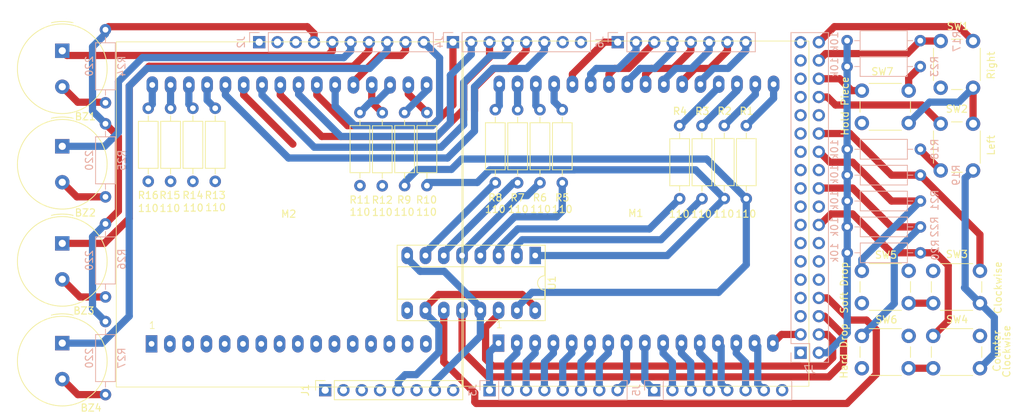
<source format=kicad_pcb>
(kicad_pcb (version 20221018) (generator pcbnew)
  (title_block (date "mar. 31 mars 2015"))
  (layers (0 "F.Cu" signal) (31 "B.Cu" signal) (34 "B.Paste" user) (35 "F.Paste" user) (36 "B.SilkS" user "B.Silkscreen") (37 "F.SilkS" user "F.Silkscreen") (38 "B.Mask" user) (39 "F.Mask" user) (44 "Edge.Cuts" user))
  (net 0 "")
  (net 1 "GND")
  (net 2 "/*52")
  (net 3 "/53")
  (net 4 "/50")
  (net 5 "/51")
  (net 6 "/48")
  (net 7 "/49")
  (net 8 "/*46")
  (net 9 "/47")
  (net 10 "/*44")
  (net 11 "/*45")
  (net 12 "/42")
  (net 13 "/43")
  (net 14 "/40")
  (net 15 "/41")
  (net 16 "/38")
  (net 17 "/39")
  (net 18 "/36")
  (net 19 "/37")
  (net 20 "/34")
  (net 21 "/35")
  (net 22 "/32")
  (net 23 "/33")
  (net 24 "/30")
  (net 25 "/31")
  (net 26 "/28")
  (net 27 "/29")
  (net 28 "/26")
  (net 29 "/24")
  (net 30 "/25")
  (net 31 "/22")
  (net 32 "/23")
  (net 33 "+5V")
  (net 34 "/A0")
  (net 35 "/A1")
  (net 36 "/A2")
  (net 37 "/A3")
  (net 38 "/A4")
  (net 39 "/A5")
  (net 40 "/A6")
  (net 41 "/A7")
  (net 42 "/A8")
  (net 43 "/A9")
  (net 44 "/A10")
  (net 45 "/A11")
  (net 46 "/A12")
  (net 47 "/A13")
  (net 48 "/A14")
  (net 49 "/A15")
  (net 50 "/AREF")
  (net 51 "/*13")
  (net 52 "/*12")
  (net 53 "/*11")
  (net 54 "/*10")
  (net 55 "/*9")
  (net 56 "/*8")
  (net 57 "/*7")
  (net 58 "/*6")
  (net 59 "/*5")
  (net 60 "/*4")
  (net 61 "/*3")
  (net 62 "/*2")
  (net 63 "/TX0{slash}1")
  (net 64 "/RX0{slash}0")
  (net 65 "/TX3{slash}14")
  (net 66 "/RX3{slash}15")
  (net 67 "/TX2{slash}16")
  (net 68 "/RX2{slash}17")
  (net 69 "/TX1{slash}18")
  (net 70 "/RX1{slash}19")
  (net 71 "/SDA{slash}20")
  (net 72 "/SCL{slash}21")
  (net 73 "Net-(M1-P_1)")
  (net 74 "Net-(M1-P_2)")
  (net 75 "Net-(M1-P_3)")
  (net 76 "Net-(M1-P_4)")
  (net 77 "Net-(M1-P_5)")
  (net 78 "Net-(M1-P_6)")
  (net 79 "Net-(M1-P_7)")
  (net 80 "Net-(M1-P_8)")
  (net 81 "Net-(M2-P_1)")
  (net 82 "Net-(M2-P_2)")
  (net 83 "Net-(M2-P_3)")
  (net 84 "Net-(M2-P_4)")
  (net 85 "Net-(M2-P_5)")
  (net 86 "Net-(M2-P_6)")
  (net 87 "Net-(M2-P_7)")
  (net 88 "Net-(M2-P_8)")
  (net 89 "Net-(BZ1-+)")
  (net 90 "Net-(BZ2-+)")
  (net 91 "Net-(BZ3-+)")
  (net 92 "Net-(BZ4-+)")
  (net 110 "/27")
  (net 112 "/IOREF")
  (net 113 "/~{RESET}")
  (net 114 "+3V3")
  (net 115 "VCC")
  (net 116 "/A")
  (net 117 "/B")
  (net 118 "/C")
  (net 119 "/D")
  (net 120 "/E")
  (net 121 "/F")
  (net 122 "/G")
  (net 123 "/H")
  (footprint "Resistor_THT:R_Axial_DIN0207_L6.3mm_D2.5mm_P10.16mm_Horizontal" (layer "F.Cu") (at 107.1 91.4 -90)
    (fp_text reference "R13")
    (fp_text value "110")
  )
  (footprint "Resistor_THT:R_Axial_DIN0207_L6.3mm_D2.5mm_P10.16mm_Horizontal" (layer "F.Cu") (at 104 91.4 -90)
    (fp_text reference "R14")
    (fp_text value "110")
  )
  (footprint "Button_Switch_THT:SW_PUSH_6mm_H4.3mm" (layer "F.Cu") (at 206.807 114)
    (fp_text reference "SW3")
    (fp_text value "SW_Push")
  )
  (footprint "Button_Switch_THT:SW_PUSH_6mm_H4.3mm" (layer "F.Cu") (at 196.907 123.05)
    (fp_text reference "SW6")
    (fp_text value "SW_Push")
  )
  (footprint "Resistor_THT:R_Axial_DIN0207_L6.3mm_D2.5mm_P10.16mm_Horizontal" (layer "F.Cu") (at 177.8 103.96 90)
    (fp_text reference "R2")
    (fp_text value "110")
  )
  (footprint "Resistor_THT:R_Axial_DIN0207_L6.3mm_D2.5mm_P10.16mm_Horizontal" (layer "F.Cu") (at 174.7 103.98 90)
    (fp_text reference "R3")
    (fp_text value "110")
  )
  (footprint "Resistor_THT:R_Axial_DIN0207_L6.3mm_D2.5mm_P10.16mm_Horizontal" (layer "F.Cu") (at 100.9 91.4 -90)
    (fp_text reference "R15")
    (fp_text value "110")
  )
  (footprint "Button_Switch_THT:SW_PUSH_6mm_H4.3mm" (layer "F.Cu") (at 196.907 114)
    (fp_text reference "SW5")
    (fp_text value "SW_Push")
  )
  (footprint "RGBMatrix:RGBMatrix" (layer "F.Cu") (at 165.547 106.06)
    (fp_text reference "M1")
    (fp_text value "RGBMatrix")
  )
  (footprint "Button_Switch_THT:SW_PUSH_6mm_H4.3mm" (layer "F.Cu") (at 206.807 123.05)
    (fp_text reference "SW4")
    (fp_text value "SW_Push")
  )
  (footprint "Resistor_THT:R_Axial_DIN0207_L6.3mm_D2.5mm_P10.16mm_Horizontal" (layer "F.Cu") (at 155.3 91.6 -90)
    (fp_text reference "R5")
    (fp_text value "110")
  )
  (footprint "Connector_PinSocket_2.54mm:PinSocket_1x08_P2.54mm_Vertical" (layer "F.Cu") (at 122.37 130.6 90)
    (fp_text reference "J1")
    (fp_text value "Power")
  )
  (footprint "Buzzer_Beeper:Buzzer_TDK_PS1240P02BT_D12.2mm_H6.5mm" (layer "F.Cu") (at 85.857 124.06 -90)
    (fp_text reference "BZ4")
    (fp_text value "Passive Buzzer")
  )
  (footprint "Button_Switch_THT:SW_PUSH_6mm_H4.3mm" (layer "F.Cu") (at 196.907 88.95)
    (fp_text reference "SW7")
    (fp_text value "SW_Push")
  )
  (footprint "RGBMatrix:RGBMatrix" (layer "F.Cu") (at 117.357 106.16)
    (fp_text reference "M2")
    (fp_text value "RGBMatrix")
  )
  (footprint "Buzzer_Beeper:Buzzer_TDK_PS1240P02BT_D12.2mm_H6.5mm" (layer "F.Cu") (at 85.857 110.189216 -90)
    (fp_text reference "BZ3")
    (fp_text value "Passive Buzzer")
  )
  (footprint "Buzzer_Beeper:Buzzer_TDK_PS1240P02BT_D12.2mm_H6.5mm" (layer "F.Cu") (at 85.857 83.40843 -90)
    (fp_text reference "BZ1")
    (fp_text value "Passive Buzzer")
  )
  (footprint "Resistor_THT:R_Axial_DIN0207_L6.3mm_D2.5mm_P10.16mm_Horizontal" (layer "F.Cu") (at 127.2 102.16 90)
    (fp_text reference "R11")
    (fp_text value "110")
  )
  (footprint "Resistor_THT:R_Axial_DIN0207_L6.3mm_D2.5mm_P10.16mm_Horizontal" (layer "F.Cu") (at 130.3 102.18 90)
    (fp_text reference "R12")
    (fp_text value "110")
  )
  (footprint "Resistor_THT:R_Axial_DIN0207_L6.3mm_D2.5mm_P10.16mm_Horizontal" (layer "F.Cu") (at 180.857 103.97 90)
    (fp_text reference "R1")
    (fp_text value "110")
  )
  (footprint "Resistor_THT:R_Axial_DIN0207_L6.3mm_D2.5mm_P10.16mm_Horizontal" (layer "F.Cu") (at 97.8 91.4 -90)
    (fp_text reference "R16")
    (fp_text value "110")
  )
  (footprint "Resistor_THT:R_Axial_DIN0207_L6.3mm_D2.5mm_P10.16mm_Horizontal" (layer "F.Cu") (at 133.4 102.16 90)
    (fp_text reference "R9")
    (fp_text value "110")
  )
  (footprint "Resistor_THT:R_Axial_DIN0207_L6.3mm_D2.5mm_P10.16mm_Horizontal" (layer "F.Cu") (at 136.5 102.16 90)
    (fp_text reference "R10")
    (fp_text value "110")
  )
  (footprint "Package_DIP:DIP-16_W7.62mm_Socket_LongPads" (layer "F.Cu") (at 151.54 111.88 -90)
    (fp_text reference "U1")
    (fp_text value "74HC595")
  )
  (footprint "Resistor_THT:R_Axial_DIN0207_L6.3mm_D2.5mm_P10.16mm_Horizontal" (layer "F.Cu") (at 149.1 91.6 -90)
    (fp_text reference "R7")
    (fp_text value "110")
  )
  (footprint "Resistor_THT:R_Axial_DIN0207_L6.3mm_D2.5mm_P10.16mm_Horizontal" (layer "F.Cu") (at 152.2 91.6 -90)
    (fp_text reference "R6")
    (fp_text value "110")
  )
  (footprint "Button_Switch_THT:SW_PUSH_6mm_H4.3mm" (layer "F.Cu") (at 207.85 100.05 90)
    (fp_text reference "SW2")
    (fp_text value "SW_Push")
  )
  (footprint "Buzzer_Beeper:Buzzer_TDK_PS1240P02BT_D12.2mm_H6.5mm" (layer "F.Cu") (at 85.857 96.689216 -90)
    (fp_text reference "BZ2")
    (fp_text value "Passive Buzzer")
  )
  (footprint "Button_Switch_THT:SW_PUSH_6mm_H4.3mm" (layer "F.Cu") (at 207.85 88.55 90)
    (fp_text reference "SW1")
    (fp_text value "SW_Push")
  )
  (footprint "Resistor_THT:R_Axial_DIN0207_L6.3mm_D2.5mm_P10.16mm_Horizontal" (layer "F.Cu") (at 171.6 103.98 90)
    (fp_text reference "R4")
    (fp_text value "110")
  )
  (footprint "Resistor_THT:R_Axial_DIN0207_L6.3mm_D2.5mm_P10.16mm_Horizontal" (layer "F.Cu") (at 146 91.6 -90)
    (fp_text reference "R8")
    (fp_text value "110")
  )
  (footprint "Connector_PinHeader_2.54mm:PinHeader_2x18_P2.54mm_Vertical" (layer "B.Cu") (at 188.392 125.395)
    (fp_text reference "J7")
    (fp_text value "Digital")
  )
  (footprint "Resistor_THT:R_Axial_DIN0207_L6.3mm_D2.5mm_P10.16mm_Horizontal" (layer "B.Cu") (at 91.857 121.06 -90)
    (fp_text reference "R27")
    (fp_text value "220")
  )
  (footprint "Connector_PinHeader_2.54mm:PinHeader_1x10_P2.54mm_Vertical" (layer "B.Cu") (at 113.207 82.21 -90)
    (fp_text reference "J2")
    (fp_text value "PWM")
  )
  (footprint "Resistor_THT:R_Axial_DIN0207_L6.3mm_D2.5mm_P10.16mm_Horizontal" (layer "B.Cu") (at 194.877 100.7)
    (fp_text reference "R19")
    (fp_text value "10k")
  )
  (footprint "Resistor_THT:R_Axial_DIN0207_L6.3mm_D2.5mm_P10.16mm_Horizontal" (layer "B.Cu") (at 91.857 93.56 -90)
    (fp_text reference "R25")
    (fp_text value "220")
  )
  (footprint "Resistor_THT:R_Axial_DIN0207_L6.3mm_D2.5mm_P10.16mm_Horizontal" (layer "B.Cu") (at 194.877 97.1)
    (fp_text reference "R18")
    (fp_text value "10k")
  )
  (footprint "Resistor_THT:R_Axial_DIN0207_L6.3mm_D2.5mm_P10.16mm_Horizontal" (layer "B.Cu") (at 194.857 82)
    (fp_text reference "R17")
    (fp_text value "10k")
  )
  (footprint "Resistor_THT:R_Axial_DIN0207_L6.3mm_D2.5mm_P10.16mm_Horizontal" (layer "B.Cu") (at 91.857 107.48 -90)
    (fp_text reference "R26")
    (fp_text value "220")
  )
  (footprint "Connector_PinHeader_2.54mm:PinHeader_1x08_P2.54mm_Vertical" (layer "B.Cu") (at 168.057 130.6 -90)
    (fp_text reference "J5")
    (fp_text value "Analog")
  )
  (footprint "Resistor_THT:R_Axial_DIN0207_L6.3mm_D2.5mm_P10.16mm_Horizontal" (layer "B.Cu") (at 205.037 107.9 180)
    (fp_text reference "R22")
    (fp_text value "10k")
  )
  (footprint "Resistor_THT:R_Axial_DIN0207_L6.3mm_D2.5mm_P10.16mm_Horizontal" (layer "B.Cu") (at 205.017 85.6 180)
    (fp_text reference "R23")
    (fp_text value "10k")
  )
  (footprint "Resistor_THT:R_Axial_DIN0207_L6.3mm_D2.5mm_P10.16mm_Horizontal" (layer "B.Cu") (at 91.857 80.48 -90)
    (fp_text reference "R24")
    (fp_text value "220")
  )
  (footprint "Connector_PinHeader_2.54mm:PinHeader_1x08_P2.54mm_Vertical" (layer "B.Cu") (at 140.117 82.21 -90)
    (fp_text reference "J4")
    (fp_text value "PWM")
  )
  (footprint "Resistor_THT:R_Axial_DIN0207_L6.3mm_D2.5mm_P10.16mm_Horizontal" (layer "B.Cu") (at 194.877 104.3)
    (fp_text reference "R21")
    (fp_text value "10k")
  )
  (footprint "Resistor_THT:R_Axial_DIN0207_L6.3mm_D2.5mm_P10.16mm_Horizontal" (layer "B.Cu") (at 194.877 111.5)
    (fp_text reference "R20")
    (fp_text value "10k")
  )
  (footprint "Connector_PinHeader_2.54mm:PinHeader_1x08_P2.54mm_Vertical" (layer "B.Cu") (at 162.997 82.21 -90)
    (fp_text reference "J6")
    (fp_text value "Communication")
  )
  (footprint "Connector_PinHeader_2.54mm:PinHeader_1x08_P2.54mm_Vertical" (layer "B.Cu") (at 145.197 130.6 -90)
    (fp_text reference "J3")
    (fp_text value "Analog")
  )
  (segment (start 120.827 81.007919) (end 119.879081 80.06) (width 1) (layer "F.Cu") (net 1))
  (segment (start 119.879081 80.06) (end 92.277 80.06) (width 1) (layer "F.Cu") (net 1))
  (segment (start 92.277 80.06) (end 91.857 80.48) (width 1) (layer "F.Cu") (net 1))
  (segment (start 93.657 95.36) (end 93.657 105.68) (width 1) (layer "F.Cu") (net 1))
  (segment (start 91.857 93.56) (end 93.657 95.36) (width 1) (layer "F.Cu") (net 1))
  (segment (start 93.657 105.68) (end 91.857 107.48) (width 1) (layer "F.Cu") (net 1))
  (segment (start 120.827 82.21) (end 120.827 81.007919) (width 1) (layer "F.Cu") (net 1))
  (segment (start 143.92 123.087919) (end 143.92 119.5) (width 1) (layer "B.Cu") (net 1))
  (segment (start 194.877 122.652081) (end 194.877 111.5) (width 1) (layer "B.Cu") (net 1))
  (segment (start 90.057 119.26) (end 91.857 121.06) (width 1) (layer "B.Cu") (net 1))
  (segment (start 194.857 85.6) (end 194.857 97.08) (width 1) (layer "B.Cu") (net 1))
  (segment (start 143.92 119.5) (end 143.92 119.094416) (width 1) (layer "B.Cu") (net 1))
  (segment (start 133.76 112.285584) (end 133.76 111.88) (width 1) (layer "B.Cu") (net 1))
  (segment (start 194.857 97.08) (end 194.877 97.1) (width 1) (layer "B.Cu") (net 1))
  (segment (start 91.857 107.48) (end 90.057 109.28) (width 1) (layer "B.Cu") (net 1))
  (segment (start 192.134081 125.395) (end 194.877 122.652081) (width 1) (layer "B.Cu") (net 1))
  (segment (start 138.905584 114.08) (end 135.554416 114.08) (width 1) (layer "B.Cu") (net 1))
  (segment (start 137.61 130.6) (end 137.61 129.397919) (width 1) (layer "B.Cu") (net 1))
  (segment (start 90.057 109.28) (end 90.057 119.26) (width 1) (layer "B.Cu") (net 1))
  (segment (start 91.857 81.06) (end 90.057 82.86) (width 1) (layer "B.Cu") (net 1))
  (segment (start 194.857 82) (end 194.857 85.6) (width 1) (layer "B.Cu") (net 1))
  (segment (start 194.877 100.7) (end 194.877 104.3) (width 1) (layer "B.Cu") (net 1))
  (segment (start 135.554416 114.08) (end 133.76 112.285584) (width 1) (layer "B.Cu") (net 1))
  (segment (start 194.877 97.1) (end 194.877 100.7) (width 1) (layer "B.Cu") (net 1))
  (segment (start 137.61 129.397919) (end 143.92 123.087919) (width 1) (layer "B.Cu") (net 1))
  (segment (start 90.057 82.86) (end 90.057 91.76) (width 1) (layer "B.Cu") (net 1))
  (segment (start 190.932 125.395) (end 192.134081 125.395) (width 1) (layer "B.Cu") (net 1))
  (segment (start 143.92 119.094416) (end 138.905584 114.08) (width 1) (layer "B.Cu") (net 1))
  (segment (start 194.877 104.3) (end 194.877 107.9) (width 1) (layer "B.Cu") (net 1))
  (segment (start 91.857 80.48) (end 91.857 81.06) (width 1) (layer "B.Cu") (net 1))
  (segment (start 90.057 91.76) (end 91.857 93.56) (width 1) (layer "B.Cu") (net 1))
  (segment (start 194.877 107.9) (end 194.877 111.5) (width 1) (layer "B.Cu") (net 1))
  (segment (start 185.752 122.855) (end 184.547 124.06) (width 1) (layer "F.Cu") (net 2))
  (segment (start 188.392 122.855) (end 185.752 122.855) (width 1) (layer "F.Cu") (net 2))
  (segment (start 144.647 121.86) (end 146.46 120.047) (width 1) (layer "F.Cu") (net 3))
  (segment (start 146.46 120.047) (end 146.46 119.5) (width 1) (layer "F.Cu") (net 3))
  (segment (start 192.857 123.577919) (end 192.857 126.086296) (width 1) (layer "F.Cu") (net 3))
  (segment (start 192.134081 122.855) (end 192.857 123.577919) (width 1) (layer "F.Cu") (net 3))
  (segment (start 145.637 127.25) (end 144.647 126.26) (width 1) (layer "F.Cu") (net 3))
  (segment (start 191.693296 127.25) (end 145.637 127.25) (width 1) (layer "F.Cu") (net 3))
  (segment (start 144.647 126.26) (end 144.647 121.86) (width 1) (layer "F.Cu") (net 3))
  (segment (start 190.932 122.855) (end 192.134081 122.855) (width 1) (layer "F.Cu") (net 3))
  (segment (start 192.857 126.086296) (end 191.693296 127.25) (width 1) (layer "F.Cu") (net 3))
  (segment (start 190.932 120.315) (end 191.715401 120.315) (width 1) (layer "F.Cu") (net 5))
  (segment (start 191.715401 120.315) (end 194.357 122.956599) (width 1) (layer "F.Cu") (net 5))
  (segment (start 141.38 125.11432) (end 141.38 119.5) (width 1) (layer "F.Cu") (net 5))
  (segment (start 194.357 122.956599) (end 194.357 126.707616) (width 1) (layer "F.Cu") (net 5))
  (segment (start 194.357 126.707616) (end 192.314616 128.75) (width 1) (layer "F.Cu") (net 5))
  (segment (start 145.01568 128.75) (end 141.38 125.11432) (width 1) (layer "F.Cu") (net 5))
  (segment (start 192.314616 128.75) (end 145.01568 128.75) (width 1) (layer "F.Cu") (net 5))
  (segment (start 143.147 130.980704) (end 138.84 126.673704) (width 1) (layer "F.Cu") (net 7))
  (segment (start 194.835428 132.45) (end 143.347 132.45) (width 1) (layer "F.Cu") (net 7))
  (segment (start 195.209081 120.85) (end 197.535428 120.85) (width 1) (layer "F.Cu") (net 7))
  (segment (start 143.147 132.25) (end 143.147 130.980704) (width 1) (layer "F.Cu") (net 7))
  (segment (start 198.907 128.378428) (end 194.835428 132.45) (width 1) (layer "F.Cu") (net 7))
  (segment (start 143.347 132.45) (end 143.147 132.25) (width 1) (layer "F.Cu") (net 7))
  (segment (start 198.907 122.221572) (end 198.907 128.378428) (width 1) (layer "F.Cu") (net 7))
  (segment (start 138.84 126.673704) (end 138.84 119.5) (width 1) (layer "F.Cu") (net 7))
  (segment (start 192.134081 117.775) (end 195.209081 120.85) (width 1) (layer "F.Cu") (net 7))
  (segment (start 190.932 117.775) (end 192.134081 117.775) (width 1) (layer "F.Cu") (net 7))
  (segment (start 197.535428 120.85) (end 198.907 122.221572) (width 1) (layer "F.Cu") (net 7))
  (segment (start 208.9 120.957) (end 206.807 123.05) (width 1) (layer "F.Cu") (net 15))
  (segment (start 192.6 106.1) (end 191.085 107.615) (width 1) (layer "F.Cu") (net 15))
  (segment (start 201.022585 111.5) (end 195.622585 106.1) (width 1) (layer "F.Cu") (net 15))
  (segment (start 191.085 107.615) (end 190.932 107.615) (width 1) (layer "F.Cu") (net 15))
  (segment (start 205.037 111.5) (end 207.135428 111.5) (width 1) (layer "F.Cu") (net 15))
  (segment (start 195.622585 106.1) (end 192.6 106.1) (width 1) (layer "F.Cu") (net 15))
  (segment (start 205.037 111.5) (end 201.022585 111.5) (width 1) (layer "F.Cu") (net 15))
  (segment (start 208.9 113.264572) (end 208.9 120.957) (width 1) (layer "F.Cu") (net 15))
  (segment (start 207.135428 111.5) (end 208.9 113.264572) (width 1) (layer "F.Cu") (net 15))
  (segment (start 190.967 102.5) (end 190.932 102.535) (width 1) (layer "F.Cu") (net 19))
  (segment (start 195.622585 102.5) (end 190.967 102.5) (width 1) (layer "F.Cu") (net 19))
  (segment (start 205.037 107.9) (end 201.022585 107.9) (width 1) (layer "F.Cu") (net 19))
  (segment (start 201.022585 107.9) (end 195.622585 102.5) (width 1) (layer "F.Cu") (net 19))
  (segment (start 201.407 111.53) (end 201.407 118.55) (width 1) (layer "B.Cu") (net 19))
  (segment (start 205.037 107.9) (end 201.407 111.53) (width 1) (layer "B.Cu") (net 19))
  (segment (start 201.407 118.55) (end 196.907 123.05) (width 1) (layer "B.Cu") (net 19))
  (segment (start 191.008296 97.455) (end 190.932 97.455) (width 1) (layer "F.Cu") (net 23))
  (segment (start 192.453296 98.9) (end 191.008296 97.455) (width 1) (layer "F.Cu") (net 23))
  (segment (start 201.022585 104.3) (end 195.622585 98.9) (width 1) (layer "F.Cu") (net 23))
  (segment (start 195.622585 98.9) (end 192.453296 98.9) (width 1) (layer "F.Cu") (net 23))
  (segment (start 205.037 104.3) (end 201.022585 104.3) (width 1) (layer "F.Cu") (net 23))
  (segment (start 205.037 104.3) (end 196.907 112.43) (width 1) (layer "B.Cu") (net 23))
  (segment (start 196.907 112.43) (end 196.907 114) (width 1) (layer "B.Cu") (net 23))
  (segment (start 201.022585 100.7) (end 195.237585 94.915) (width 1) (layer "F.Cu") (net 25))
  (segment (start 205.037 100.7) (end 201.022585 100.7) (width 1) (layer "F.Cu") (net 25))
  (segment (start 213.307 114) (end 213.307 108.97) (width 1) (layer "F.Cu") (net 25))
  (segment (start 213.307 108.97) (end 205.037 100.7) (width 1) (layer "F.Cu") (net 25))
  (segment (start 195.237585 94.915) (end 190.932 94.915) (width 1) (layer "F.Cu") (net 25))
  (segment (start 196.907 88.95) (end 195.492787 88.95) (width 1) (layer "F.Cu") (net 30))
  (segment (start 193.837787 87.295) (end 190.932 87.295) (width 1) (layer "F.Cu") (net 30))
  (segment (start 195.492787 88.95) (end 193.837787 87.295) (width 1) (layer "F.Cu") (net 30))
  (segment (start 203.407 88.95) (end 203.407 87.21) (width 1) (layer "F.Cu") (net 30))
  (segment (start 203.407 87.21) (end 205.017 85.6) (width 1) (layer "F.Cu") (net 30))
  (segment (start 191.887 83.8) (end 203.217 83.8) (width 1) (layer "F.Cu") (net 32))
  (segment (start 207.75 82.05) (end 205.067 82.05) (width 1) (layer "F.Cu") (net 32))
  (segment (start 203.217 83.8) (end 205.017 82) (width 1) (layer "F.Cu") (net 32))
  (segment (start 190.932 84.755) (end 191.887 83.8) (width 1) (layer "F.Cu") (net 32))
  (segment (start 205.067 82.05) (end 205.017 82) (width 1) (layer "F.Cu") (net 32))
  (segment (start 206.807 118.5) (end 203.407 118.5) (width 1) (layer "F.Cu") (net 33))
  (segment (start 136.3 119.5) (end 136.3 119.094416) (width 1) (layer "F.Cu") (net 33))
  (segment (start 151.54 119.094416) (end 151.54 119.5) (width 1) (layer "F.Cu") (net 33))
  (segment (start 212.35 82.05) (end 210.35 80.05) (width 1) (layer "F.Cu") (net 33))
  (segment (start 206.807 127.55) (end 203.407 127.55) (width 1) (layer "F.Cu") (net 33))
  (segment (start 212.35 88.55) (end 212.35 93.55) (width 1) (layer "F.Cu") (net 33))
  (segment (start 149.745584 117.3) (end 151.54 119.094416) (width 1) (layer "F.Cu") (net 33))
  (segment (start 210.35 80.05) (end 193.097 80.05) (width 1) (layer "F.Cu") (net 33))
  (segment (start 136.3 119.094416) (end 138.094416 117.3) (width 1) (layer "F.Cu") (net 33))
  (segment (start 193.097 80.05) (end 190.932 82.215) (width 1) (layer "F.Cu") (net 33))
  (segment (start 138.094416 117.3) (end 149.745584 117.3) (width 1) (layer "F.Cu") (net 33))
  (segment (start 135.019285 128.443299) (end 138.157 125.305584) (width 1) (layer "B.Cu") (net 33))
  (segment (start 132.53 129.397919) (end 133.48462 128.443299) (width 1) (layer "B.Cu") (net 33))
  (segment (start 215.307 125.55) (end 213.307 127.55) (width 1) (layer "B.Cu") (net 33))
  (segment (start 138.157 125.305584) (end 138.157 121.762584) (width 1) (layer "B.Cu") (net 33))
  (segment (start 211.35 101.05) (end 212.35 100.05) (width 1) (layer "B.Cu") (net 33))
  (segment (start 215.307 120.5) (end 215.307 125.55) (width 1) (layer "B.Cu") (net 33))
  (segment (start 138.157 121.762584) (end 136.3 119.905584) (width 1) (layer "B.Cu") (net 33))
  (segment (start 211.25 101.05) (end 211.25 116.443) (width 1) (layer "B.Cu") (net 33))
  (segment (start 136.3 119.905584) (end 136.3 119.5) (width 1) (layer "B.Cu") (net 33))
  (segment (start 132.53 130.6) (end 132.53 129.397919) (width 1) (layer "B.Cu") (net 33))
  (segment (start 211.25 116.443) (end 213.307 118.5) (width 1) (layer "B.Cu") (net 33))
  (segment (start 213.307 118.5) (end 215.307 120.5) (width 1) (layer "B.Cu") (net 33))
  (segment (start 211.15 116.343) (end 213.307 118.5) (width 1) (layer "B.Cu") (net 33))
  (segment (start 210.35 90.55) (end 212.35 88.55) (width 1) (layer "B.Cu") (net 33))
  (segment (start 206.307 90.55) (end 210.35 90.55) (width 1) (layer "B.Cu") (net 33))
  (segment (start 133.48462 128.443299) (end 135.019285 128.443299) (width 1) (layer "B.Cu") (net 33))
  (segment (start 203.407 93.45) (end 206.307 90.55) (width 1) (layer "B.Cu") (net 33))
  (segment (start 211.25 101.05) (end 211.35 101.05) (width 1) (layer "B.Cu") (net 33))
  (segment (start 145.197 125.31) (end 145.197 130.6) (width 1) (layer "B.Cu") (net 34))
  (segment (start 146.447 124.06) (end 145.197 125.31) (width 1) (layer "B.Cu") (net 34))
  (segment (start 147.737 126.71) (end 147.737 130.6) (width 1) (layer "B.Cu") (net 35))
  (segment (start 148.987 124.06) (end 148.987 125.46) (width 1) (layer "B.Cu") (net 35))
  (segment (start 148.987 125.46) (end 147.737 126.71) (width 1) (layer "B.Cu") (net 35))
  (segment (start 151.527 125.46) (end 150.277 126.71) (width 1) (layer "B.Cu") (net 36))
  (segment (start 150.277 126.71) (end 150.277 130.6) (width 1) (layer "B.Cu") (net 36))
  (segment (start 151.527 124.06) (end 151.527 125.46) (width 1) (layer "B.Cu") (net 36))
  (segment (start 152.817 126.71) (end 152.817 130.6) (width 1) (layer "B.Cu") (net 37))
  (segment (start 154.067 125.46) (end 152.817 126.71) (width 1) (layer "B.Cu") (net 37))
  (segment (start 154.067 124.06) (end 154.067 125.46) (width 1) (layer "B.Cu") (net 37))
  (segment (start 155.357 126.71) (end 155.357 130.6) (width 1) (layer "B.Cu") (net 38))
  (segment (start 156.607 124.06) (end 156.607 125.46) (width 1) (layer "B.Cu") (net 38))
  (segment (start 156.607 125.46) (end 155.357 126.71) (width 1) (layer "B.Cu") (net 38))
  (segment (start 159.147 124.06) (end 159.147 125.46) (width 1) (layer "B.Cu") (net 39))
  (segment (start 157.897 126.71) (end 157.897 130.6) (width 1) (layer "B.Cu") (net 39))
  (segment (start 159.147 125.46) (end 157.897 126.71) (width 1) (layer "B.Cu") (net 39))
  (segment (start 161.687 125.46) (end 160.437 126.71) (width 1) (layer "B.Cu") (net 40))
  (segment (start 161.687 124.06) (end 161.687 125.46) (width 1) (layer "B.Cu") (net 40))
  (segment (start 160.437 126.71) (end 160.437 130.6) (width 1) (layer "B.Cu") (net 40))
  (segment (start 164.227 129.35) (end 162.977 130.6) (width 1) (layer "B.Cu") (net 41))
  (segment (start 164.227 124.06) (end 164.227 129.35) (width 1) (layer "B.Cu") (net 41))
  (segment (start 168.057 130.6) (end 166.767 129.31) (width 1) (layer "B.Cu") (net 42))
  (segment (start 166.767 129.31) (end 166.767 124.06) (width 1) (layer "B.Cu") (net 42))
  (segment (start 169.307 125.46) (end 170.597 126.75) (width 1) (layer "B.Cu") (net 43))
  (segment (start 169.307 124.06) (end 169.307 125.46) (width 1) (layer "B.Cu") (net 43))
  (segment (start 170.597 126.75) (end 170.597 130.6) (width 1) (layer "B.Cu") (net 43))
  (segment (start 171.847 125.46) (end 173.137 126.75) (width 1) (layer "B.Cu") (net 44))
  (segment (start 173.137 126.75) (end 173.137 130.6) (width 1) (layer "B.Cu") (net 44))
  (segment (start 171.847 124.06) (end 171.847 125.46) (width 1) (layer "B.Cu") (net 44))
  (segment (start 174.387 125.46) (end 175.677 126.75) (width 1) (layer "B.Cu") (net 45))
  (segment (start 175.677 126.75) (end 175.677 130.6) (width 1) (layer "B.Cu") (net 45))
  (segment (start 174.387 124.06) (end 174.387 125.46) (width 1) (layer "B.Cu") (net 45))
  (segment (start 177.367 124.5) (end 176.927 124.06) (width 1) (layer "B.Cu") (net 46))
  (segment (start 178.217 130.6) (end 177.367 129.75) (width 1) (layer "B.Cu") (net 46))
  (segment (start 177.367 129.75) (end 177.367 124.5) (width 1) (layer "B.Cu") (net 46))
  (segment (start 180.757 126.75) (end 180.757 130.6) (width 1) (layer "B.Cu") (net 47))
  (segment (start 179.467 125.46) (end 180.757 126.75) (width 1) (layer "B.Cu") (net 47))
  (segment (start 179.467 124.06) (end 179.467 125.46) (width 1) (layer "B.Cu") (net 47))
  (segment (start 182.447 124.5) (end 182.007 124.06) (width 1) (layer "B.Cu") (net 48))
  (segment (start 183.297 130.6) (end 182.447 129.75) (width 1) (layer "B.Cu") (net 48))
  (segment (start 182.447 129.75) (end 182.447 124.5) (width 1) (layer "B.Cu") (net 48))
  (segment (start 86.50857 84.06) (end 85.857 83.40843) (width 1) (layer "F.Cu") (net 51))
  (segment (start 123.367 82.21) (end 123.367 83.412081) (width 1) (layer "F.Cu") (net 51))
  (segment (start 123.367 83.412081) (end 122.719081 84.06) (width 1) (layer "F.Cu") (net 51))
  (segment (start 122.719081 84.06) (end 86.50857 84.06) (width 1) (layer "F.Cu") (net 51))
  (segment (start 91.727784 96.689216) (end 85.857 96.689216) (width 1) (layer "B.Cu") (net 52))
  (segment (start 124.959081 84.36) (end 96.990096 84.36) (width 1) (layer "B.Cu") (net 52))
  (segment (start 125.907 82.21) (end 125.907 83.412081) (width 1) (layer "B.Cu") (net 52))
  (segment (start 125.907 83.412081) (end 124.959081 84.36) (width 1) (layer "B.Cu") (net 52))
  (segment (start 93.657 87.693096) (end 93.657 94.76) (width 1) (layer "B.Cu") (net 52))
  (segment (start 96.990096 84.36) (end 93.657 87.693096) (width 1) (layer "B.Cu") (net 52))
  (segment (start 93.657 94.76) (end 91.727784 96.689216) (width 1) (layer "B.Cu") (net 52))
  (segment (start 128.447 82.21) (end 128.447 83.412081) (width 1) (layer "F.Cu") (net 53))
  (segment (start 95.157 88.314416) (end 95.157 106.725585) (width 1) (layer "F.Cu") (net 53))
  (segment (start 126.299081 85.56) (end 97.911416 85.56) (width 1) (layer "F.Cu") (net 53))
  (segment (start 128.447 83.412081) (end 126.299081 85.56) (width 1) (layer "F.Cu") (net 53))
  (segment (start 95.157 106.725585) (end 91.693369 110.189216) (width 1) (layer "F.Cu") (net 53))
  (segment (start 91.693369 110.189216) (end 85.857 110.189216) (width 1) (layer "F.Cu") (net 53))
  (segment (start 97.911416 85.56) (end 95.157 88.314416) (width 1) (layer "F.Cu") (net 53))
  (segment (start 130.987 83.412081) (end 128.539081 85.86) (width 1) (layer "B.Cu") (net 54))
  (segment (start 95.157 88.314416) (end 95.157 120.305585) (width 1) (layer "B.Cu") (net 54))
  (segment (start 91.402585 124.06) (end 85.857 124.06) (width 1) (layer "B.Cu") (net 54))
  (segment (start 128.539081 85.86) (end 97.611416 85.86) (width 1) (layer "B.Cu") (net 54))
  (segment (start 97.611416 85.86) (end 95.157 88.314416) (width 1) (layer "B.Cu") (net 54))
  (segment (start 95.157 120.305585) (end 91.402585 124.06) (width 1) (layer "B.Cu") (net 54))
  (segment (start 130.987 82.21) (end 130.987 83.412081) (width 1) (layer "B.Cu") (net 54))
  (segment (start 132.879081 84.06) (end 133.527 83.412081) (width 1) (layer "F.Cu") (net 55))
  (segment (start 126.297 88.16) (end 126.297 87.754416) (width 1) (layer "F.Cu") (net 55))
  (segment (start 126.297 87.754416) (end 129.991416 84.06) (width 1) (layer "F.Cu") (net 55))
  (segment (start 133.527 83.412081) (end 133.527 82.21) (width 1) (layer "F.Cu") (net 55))
  (segment (start 129.991416 84.06) (end 132.879081 84.06) (width 1) (layer "F.Cu") (net 55))
  (segment (start 138.257 92.788585) (end 138.257 84.4) (width 1) (layer "B.Cu") (net 56))
  (segment (start 123.757 91.102585) (end 126.474415 93.82) (width 1) (layer "B.Cu") (net 56))
  (segment (start 138.257 84.4) (end 136.067 82.21) (width 1) (layer "B.Cu") (net 56))
  (segment (start 137.225585 93.82) (end 138.257 92.788585) (width 1) (layer "B.Cu") (net 56))
  (segment (start 123.757 88.06) (end 123.757 91.102585) (width 1) (layer "B.Cu") (net 56))
  (segment (start 126.474415 93.82) (end 137.225585 93.82) (width 1) (layer "B.Cu") (net 56))
  (segment (start 125.477 93.82) (end 137.225585 93.82) (width 1) (layer "F.Cu") (net 57))
  (segment (start 121.217 88.16) (end 121.217 89.56) (width 1) (layer "F.Cu") (net 57))
  (segment (start 140.117 90.928585) (end 140.117 82.21) (width 1) (layer "F.Cu") (net 57))
  (segment (start 137.225585 93.82) (end 140.117 90.928585) (width 1) (layer "F.Cu") (net 57))
  (segment (start 121.217 89.56) (end 125.477 93.82) (width 1) (layer "F.Cu") (net 57))
  (segment (start 118.677 88.06) (end 118.677 89.46) (width 1) (layer "B.Cu") (net 58))
  (segment (start 118.677 89.46) (end 124.537 95.32) (width 1) (layer "B.Cu") (net 58))
  (segment (start 124.537 95.32) (end 137.846905 95.32) (width 1) (layer "B.Cu") (net 58))
  (segment (start 139.757 86.81) (end 142.657 83.91) (width 1) (layer "B.Cu") (net 58))
  (segment (start 137.846905 95.32) (end 139.757 93.409905) (width 1) (layer "B.Cu") (net 58))
  (segment (start 142.657 83.91) (end 142.657 82.21) (width 1) (layer "B.Cu") (net 58))
  (segment (start 139.757 93.409905) (end 139.757 86.81) (width 1) (layer "B.Cu") (net 58))
  (segment (start 141.617 91.549905) (end 141.617 87.923096) (width 1) (layer "F.Cu") (net 59))
  (segment (start 141.617 87.923096) (end 145.197 84.343096) (width 1) (layer "F.Cu") (net 59))
  (segment (start 116.137 88.16) (end 116.137 89.56) (width 1) (layer "F.Cu") (net 59))
  (segment (start 121.897 95.32) (end 137.846905 95.32) (width 1) (layer "F.Cu") (net 59))
  (segment (start 145.197 84.343096) (end 145.197 82.21) (width 1) (layer "F.Cu") (net 59))
  (segment (start 116.137 89.56) (end 121.897 95.32) (width 1) (layer "F.Cu") (net 59))
  (segment (start 137.846905 95.32) (end 141.617 91.549905) (width 1) (layer "F.Cu") (net 59))
  (segment (start 147.737 82.21) (end 147.737 83.412081) (width 1) (layer "B.Cu") (net 60))
  (segment (start 113.597 89.56) (end 113.597 88.16) (width 1) (layer "B.Cu") (net 60))
  (segment (start 113.597 88.465584) (end 113.597 88.06) (width 1) (layer "B.Cu") (net 60))
  (segment (start 120.857 96.82) (end 113.597 89.56) (width 1) (layer "B.Cu") (net 60))
  (segment (start 147.737 83.412081) (end 147.089081 84.06) (width 1) (layer "B.Cu") (net 60))
  (segment (start 141.607 87.81) (end 141.607 93.681225) (width 1) (layer "B.Cu") (net 60))
  (segment (start 145.357 84.06) (end 141.607 87.81) (width 1) (layer "B.Cu") (net 60))
  (segment (start 147.089081 84.06) (end 145.357 84.06) (width 1) (layer "B.Cu") (net 60))
  (segment (start 138.468225 96.82) (end 120.857 96.82) (width 1) (layer "B.Cu") (net 60))
  (segment (start 141.607 93.681225) (end 138.468225 96.82) (width 1) (layer "B.Cu") (net 60))
  (segment (start 145.801416 85.86) (end 147.829081 85.86) (width 1) (layer "F.Cu") (net 61))
  (segment (start 143.117 91.783) (end 143.117 88.544416) (width 1) (layer "F.Cu") (net 61))
  (segment (start 111.057 88.16) (end 111.057 89.56) (width 1) (layer "F.Cu") (net 61))
  (segment (start 147.829081 85.86) (end 150.277 83.412081) (width 1) (layer "F.Cu") (net 61))
  (segment (start 111.057 89.56) (end 117.888953 96.391953) (width 1) (layer "F.Cu") (net 61))
  (segment (start 143.117 88.544416) (end 145.801416 85.86) (width 1) (layer "F.Cu") (net 61))
  (segment (start 150.277 83.412081) (end 150.277 82.21) (width 1) (layer "F.Cu") (net 61))
  (segment (start 139.35868 98.32) (end 143.107 94.57168) (width 1) (layer "B.Cu") (net 62))
  (segment (start 150.369081 85.86) (end 152.817 83.412081) (width 1) (layer "B.Cu") (net 62))
  (segment (start 143.107 94.57168) (end 143.107 88.43132) (width 1) (layer "B.Cu") (net 62))
  (segment (start 145.67832 85.86) (end 150.369081 85.86) (width 1) (layer "B.Cu") (net 62))
  (segment (start 143.107 88.43132) (end 145.67832 85.86) (width 1) (layer "B.Cu") (net 62))
  (segment (start 108.517 88.465584) (end 108.517 88.06) (width 1) (layer "B.Cu") (net 62))
  (segment (start 108.517 88.16) (end 108.517 89.56) (width 1) (layer "B.Cu") (net 62))
  (segment (start 108.517 89.56) (end 117.277 98.32) (width 1) (layer "B.Cu") (net 62))
  (segment (start 117.277 98.32) (end 139.35868 98.32) (width 1) (layer "B.Cu") (net 62))
  (segment (start 152.817 83.412081) (end 152.817 82.21) (width 1) (layer "B.Cu") (net 62))
  (segment (start 161.147 82.21) (end 156.707 86.65) (width 1) (layer "F.Cu") (net 65))
  (segment (start 162.997 82.21) (end 161.147 82.21) (width 1) (layer "F.Cu") (net 65))
  (segment (start 156.707 86.65) (end 156.707 88.06) (width 1) (layer "F.Cu") (net 65))
  (segment (start 165.537 83.412081) (end 163.089081 85.86) (width 1) (layer "B.Cu") (net 66))
  (segment (start 160.047 85.86) (end 159.247 86.66) (width 1) (layer "B.Cu") (net 66))
  (segment (start 159.247 86.66) (end 159.247 88.06) (width 1) (layer "B.Cu") (net 66))
  (segment (start 165.537 82.21) (end 165.537 83.412081) (width 1) (layer "B.Cu") (net 66))
  (segment (start 163.089081 85.86) (end 160.047 85.86) (width 1) (layer "B.Cu") (net 66))
  (segment (start 168.077 82.286296) (end 164.503296 85.86) (width 1) (layer "F.Cu") (net 67))
  (segment (start 161.787 86.66) (end 161.787 88.06) (width 1) (layer "F.Cu") (net 67))
  (segment (start 168.077 82.21) (end 168.077 82.286296) (width 1) (layer "F.Cu") (net 67))
  (segment (start 164.503296 85.86) (end 162.587 85.86) (width 1) (layer "F.Cu") (net 67))
  (segment (start 162.587 85.86) (end 161.787 86.66) (width 1) (layer "F.Cu") (net 67))
  (segment (start 170.617 83.412081) (end 168.169081 85.86) (width 1) (layer "B.Cu") (net 68))
  (segment (start 166.121416 85.86) (end 164.327 87.654416) (width 1) (layer "B.Cu") (net 68))
  (segment (start 170.617 82.21) (end 170.617 83.412081) (width 1) (layer "B.Cu") (net 68))
  (segment (start 168.169081 85.86) (end 166.121416 85.86) (width 1) (layer "B.Cu") (net 68))
  (segment (start 164.327 87.654416) (end 164.327 88.06) (width 1) (layer "B.Cu") (net 68))
  (segment (start 173.157 82.21) (end 173.157 83.412081) (width 1) (layer "F.Cu") (net 69))
  (segment (start 166.867 86.66) (end 166.867 88.06) (width 1) (layer "F.Cu") (net 69))
  (segment (start 167.667 85.86) (end 166.867 86.66) (width 1) (layer "F.Cu") (net 69))
  (segment (start 170.709081 85.86) (end 167.667 85.86) (width 1) (layer "F.Cu") (net 69))
  (segment (start 173.157 83.412081) (end 170.709081 85.86) (width 1) (layer "F.Cu") (net 69))
  (segment (start 171.057 85.86) (end 169.407 87.51) (width 1) (layer "B.Cu") (net 70))
  (segment (start 173.249081 85.86) (end 171.057 85.86) (width 1) (layer "B.Cu") (net 70))
  (segment (start 169.407 87.51) (end 169.407 88.06) (width 1) (layer "B.Cu") (net 70))
  (segment (start 175.697 83.412081) (end 173.249081 85.86) (width 1) (layer "B.Cu") (net 70))
  (segment (start 175.697 82.21) (end 175.697 83.412081) (width 1) (layer "B.Cu") (net 70))
  (segment (start 173.741416 85.86) (end 171.947 87.654416) (width 1) (layer "F.Cu") (net 71))
  (segment (start 171.947 87.654416) (end 171.947 88.06) (width 1) (layer "F.Cu") (net 71))
  (segment (start 178.237 82.21) (end 178.237 83.412081) (width 1) (layer "F.Cu") (net 71))
  (segment (start 175.789081 85.86) (end 173.741416 85.86) (width 1) (layer "F.Cu") (net 71))
  (segment (start 178.237 83.412081) (end 175.789081 85.86) (width 1) (layer "F.Cu") (net 71))
  (segment (start 176.281416 85.86) (end 174.487 87.654416) (width 1) (layer "B.Cu") (net 72))
  (segment (start 174.487 87.654416) (end 174.487 88.06) (width 1) (layer "B.Cu") (net 72))
  (segment (start 180.777 82.21) (end 180.777 83.412081) (width 1) (layer "B.Cu") (net 72))
  (segment (start 178.329081 85.86) (end 176.281416 85.86) (width 1) (layer "B.Cu") (net 72))
  (segment (start 180.777 83.412081) (end 178.329081 85.86) (width 1) (layer "B.Cu") (net 72))
  (segment (start 184.647 90.02) (end 180.857 93.81) (width 1) (layer "B.Cu") (net 73))
  (segment (start 184.647 88.06) (end 184.647 90.02) (width 1) (layer "B.Cu") (net 73))
  (segment (start 182.107 88.06) (end 182.107 89.493) (width 1) (layer "B.Cu") (net 74))
  (segment (start 182.107 89.493) (end 177.8 93.8) (width 1) (layer "B.Cu") (net 74))
  (segment (start 179.567 88.06) (end 179.567 88.953) (width 1) (layer "B.Cu") (net 75))
  (segment (start 179.567 88.953) (end 174.7 93.82) (width 1) (layer "B.Cu") (net 75))
  (segment (start 171.672584 93.82) (end 177.027 88.465584) (width 1) (layer "B.Cu") (net 76))
  (segment (start 171.6 93.82) (end 171.672584 93.82) (width 1) (layer "B.Cu") (net 76))
  (segment (start 177.027 88.465584) (end 177.027 88.06) (width 1) (layer "B.Cu") (net 76))
  (segment (start 154.167 88.06) (end 154.167 90.467) (width 1) (layer "B.Cu") (net 77))
  (segment (start 154.167 90.467) (end 155.3 91.6) (width 1) (layer "B.Cu") (net 77))
  (segment (start 151.627 91.027) (end 152.2 91.6) (width 1) (layer "B.Cu") (net 78))
  (segment (start 151.627 88.06) (end 151.627 91.027) (width 1) (layer "B.Cu") (net 78))
  (segment (start 149.087 88.06) (end 149.087 91.587) (width 1) (layer "B.Cu") (net 79))
  (segment (start 149.087 91.587) (end 149.1 91.6) (width 1) (layer "B.Cu") (net 79))
  (segment (start 146.547 91.053) (end 146 91.6) (width 1) (layer "B.Cu") (net 80))
  (segment (start 146.547 88.06) (end 146.547 91.053) (width 1) (layer "B.Cu") (net 80))
  (segment (start 133.4 92) (end 136.457 88.943) (width 1) (layer "B.Cu") (net 81))
  (segment (start 136.457 88.943) (end 136.457 88.16) (width 1) (layer "B.Cu") (net 81))
  (segment (start 133.917 88.16) (end 133.917 89.417) (width 1) (layer "F.Cu") (net 82))
  (segment (start 133.917 89.417) (end 136.5 92) (width 1) (layer "F.Cu") (net 82))
  (segment (start 131.377 88.565584) (end 131.377 88.16) (width 1) (layer "B.Cu") (net 83))
  (segment (start 129.582584 90.36) (end 131.377 88.565584) (width 1) (layer "B.Cu") (net 83))
  (segment (start 128.84 90.36) (end 129.582584 90.36) (width 1) (layer "B.Cu") (net 83))
  (segment (start 127.2 92) (end 128.84 90.36) (width 1) (layer "B.Cu") (net 83))
  (segment (start 128.837 90.557) (end 130.3 92.02) (width 1) (layer "F.Cu") (net 84))
  (segment (start 128.837 88.16) (end 128.837 90.557) (width 1) (layer "F.Cu") (net 84))
  (segment (start 105.977 90.277) (end 107.1 91.4) (width 1) (layer "B.Cu") (net 85))
  (segment (start 105.977 88.06) (end 105.977 90.277) (width 1) (layer "B.Cu") (net 85))
  (segment (start 103.437 90.837) (end 104 91.4) (width 1) (layer "B.Cu") (net 86))
  (segment (start 103.437 88.06) (end 103.437 90.837) (width 1) (layer "B.Cu") (net 86))
  (segment (start 100.897 88.06) (end 100.897 91.397) (width 1) (layer "B.Cu") (net 87))
  (segment (start 100.897 91.397) (end 100.9 91.4) (width 1) (layer "B.Cu") (net 87))
  (segment (start 98.357 90.843) (end 97.8 91.4) (width 1) (layer "B.Cu") (net 88))
  (segment (start 98.357 88.06) (end 98.357 90.843) (width 1) (layer "B.Cu") (net 88))
  (segment (start 91.857 90.64) (end 91.857 90.56) (width 1) (layer "F.Cu") (net 89))
  (segment (start 91.857 90.56) (end 88.00857 90.56) (width 1) (layer "F.Cu") (net 89))
  (segment (start 88.00857 90.56) (end 85.857 88.40843) (width 1) (layer "F.Cu") (net 89))
  (segment (start 91.857 103.72) (end 87.887784 103.72) (width 1) (layer "F.Cu") (net 90))
  (segment (start 87.887784 103.72) (end 85.857 101.689216) (width 1) (layer "F.Cu") (net 90))
  (segment (start 88.307784 117.64) (end 85.857 115.189216) (width 1) (layer "F.Cu") (net 91))
  (segment (start 91.857 117.64) (end 88.307784 117.64) (width 1) (layer "F.Cu") (net 91))
  (segment (start 91.857 131.22) (end 88.017 131.22) (width 1) (layer "F.Cu") (net 92))
  (segment (start 88.017 131.22) (end 85.857 129.06) (width 1) (layer "F.Cu") (net 92))
  (segment (start 205.25 90.95) (end 207.85 93.55) (width 1) (layer "F.Cu") (net 110))
  (segment (start 190.932 89.835) (end 192.134081 89.835) (width 1) (layer "F.Cu") (net 110))
  (segment (start 193.24908 90.95) (end 205.25 90.95) (width 1) (layer "F.Cu") (net 110))
  (segment (start 205.037 97.1) (end 205.037 97.237) (width 1) (layer "F.Cu") (net 110))
  (segment (start 192.134081 89.835) (end 193.24908 90.95) (width 1) (layer "F.Cu") (net 110))
  (segment (start 205.037 97.237) (end 207.85 100.05) (width 1) (layer "F.Cu") (net 110))
  (segment (start 177 117) (end 180.857 113.143) (width 1) (layer "B.Cu") (net 116))
  (segment (start 149 119.094416) (end 151.094416 117) (width 1) (layer "B.Cu") (net 116))
  (segment (start 175.347 98.46) (end 141.34 98.46) (width 1) (layer "B.Cu") (net 116))
  (segment (start 180.857 103.97) (end 175.347 98.46) (width 1) (layer "B.Cu") (net 116))
  (segment (start 139.9 99.9) (end 135.22 99.9) (width 1) (layer "B.Cu") (net 116))
  (segment (start 151.094416 117) (end 177 117) (width 1) (layer "B.Cu") (net 116))
  (segment (start 149 119.5) (end 149 119.094416) (width 1) (layer "B.Cu") (net 116))
  (segment (start 135.22 99.9) (end 133.4 101.72) (width 1) (layer "B.Cu") (net 116))
  (segment (start 180.857 113.143) (end 180.857 103.97) (width 1) (layer "B.Cu") (net 116))
  (segment (start 141.34 98.46) (end 139.9 99.9) (width 1) (layer "B.Cu") (net 116))
  (segment (start 145.254415 99.96) (end 157.06 99.96) (width 1) (layer "B.Cu") (net 117))
  (segment (start 169.88 111.88) (end 177.8 103.96) (width 1) (layer "B.Cu") (net 117))
  (segment (start 145.254415 99.96) (end 173.8 99.96) (width 1) (layer "B.Cu") (net 117))
  (segment (start 143.494415 101.72) (end 145.254415 99.96) (width 1) (layer "B.Cu") (net 117))
  (segment (start 173.8 99.96) (end 177.8 103.96) (width 1) (layer "B.Cu") (net 117))
  (segment (start 136.5 101.72) (end 143.494415 101.72) (width 1) (layer "B.Cu") (net 117))
  (segment (start 151.54 111.88) (end 169.88 111.88) (width 1) (layer "B.Cu") (net 117))
  (segment (start 149 110.42) (end 149.74 109.68) (width 1) (layer "B.Cu") (net 118))
  (segment (start 149 111.88) (end 149 110.42) (width 1) (layer "B.Cu") (net 118))
  (segment (start 149.74 109.68) (end 169 109.68) (width 1) (layer "B.Cu") (net 118))
  (segment (start 169 109.68) (end 174.7 103.98) (width 1) (layer "B.Cu") (net 118))
  (segment (start 167.4 108.18) (end 171.6 103.98) (width 1) (layer "B.Cu") (net 119))
  (segment (start 149.11868 108.18) (end 167.4 108.18) (width 1) (layer "B.Cu") (net 119))
  (segment (start 146.46 110.83868) (end 149.11868 108.18) (width 1) (layer "B.Cu") (net 119))
  (segment (start 146.46 111.88) (end 146.46 110.83868) (width 1) (layer "B.Cu") (net 119))
  (segment (start 155.3 105.7) (end 155.3 101.76) (width 1) (layer "B.Cu") (net 120))
  (segment (start 154.5 106.5) (end 155.3 105.7) (width 1) (layer "B.Cu") (net 120))
  (segment (start 143.92 111.25736) (end 148.67736 106.5) (width 1) (layer "B.Cu") (net 120))
  (segment (start 143.92 111.88) (end 143.92 111.25736) (width 1) (layer "B.Cu") (net 120))
  (segment (start 148.67736 106.5) (end 154.5 106.5) (width 1) (layer "B.Cu") (net 120))
  (segment (start 141.38 111.88) (end 141.38 111.474416) (width 1) (layer "B.Cu") (net 121))
  (segment (start 150.4 103.56) (end 152.2 101.76) (width 1) (layer "B.Cu") (net 121))
  (segment (start 141.38 111.474416) (end 149.294416 103.56) (width 1) (layer "B.Cu") (net 121))
  (segment (start 149.294416 103.56) (end 150.4 103.56) (width 1) (layer "B.Cu") (net 121))
  (segment (start 149.1 101.76) (end 148.554416 101.76) (width 1) (layer "B.Cu") (net 122))
  (segment (start 148.554416 101.76) (end 138.84 111.474416) (width 1) (layer "B.Cu") (net 122))
  (segment (start 138.84 111.474416) (end 138.84 111.88) (width 1) (layer "B.Cu") (net 122))
  (segment (start 146 101.76) (end 136.3 111.46) (width 1) (layer "B.Cu") (net 123))
  (segment (start 136.3 111.46) (end 136.3 111.88) (width 1) (layer "B.Cu") (net 123))
)
</source>
